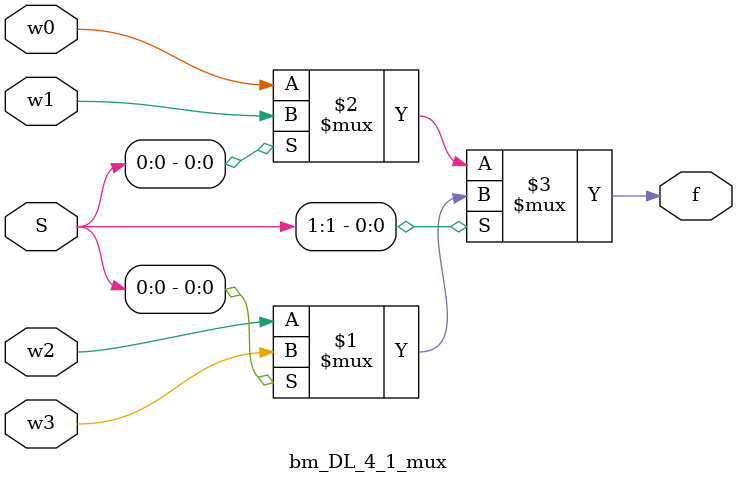
<source format=v>

/* pg 323 - 4 to 1 multiplexer */

module bm_DL_4_1_mux (w0, w1, w2, w3, S, f);
	input w0, w1, w2, w3;
	input [1:0] S;
	output f;

	assign f = S[1] ? (S[0] ? w3 : w2) : (S[0] ? w1 : w0);
		
endmodule

</source>
